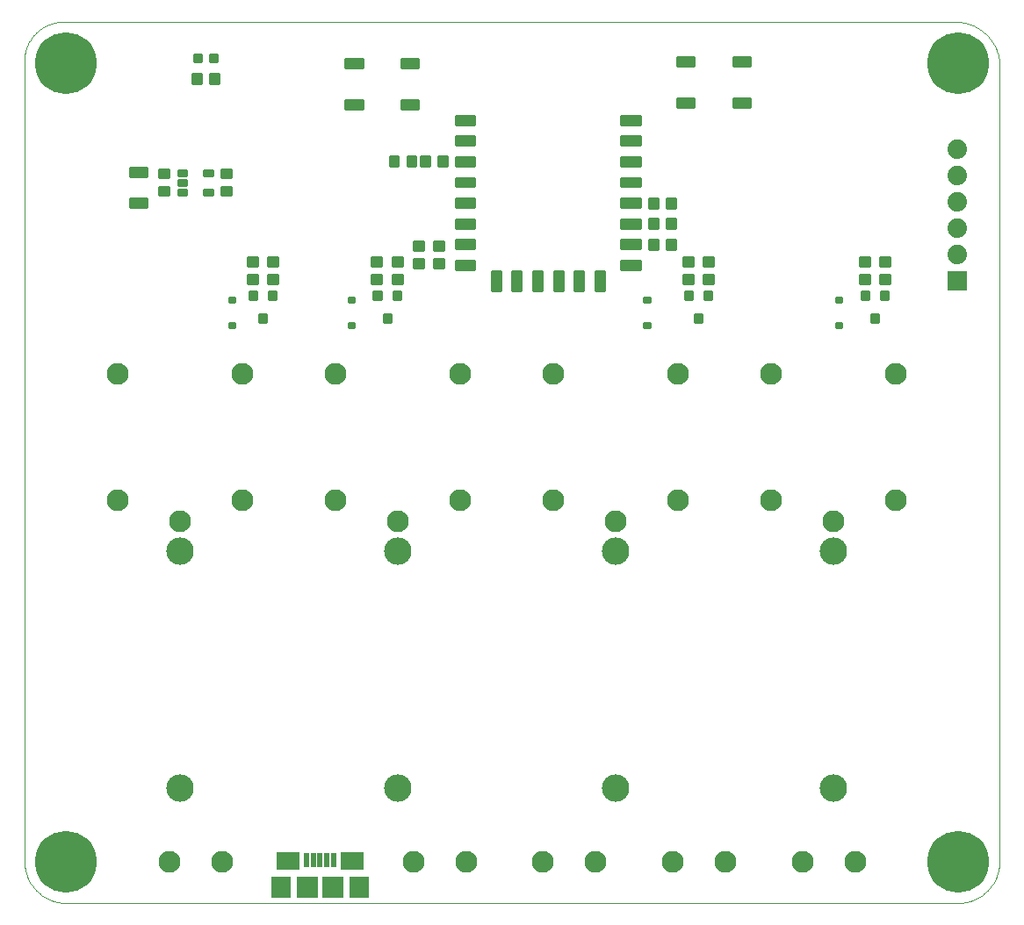
<source format=gts>
G75*
%MOIN*%
%OFA0B0*%
%FSLAX25Y25*%
%IPPOS*%
%LPD*%
%AMOC8*
5,1,8,0,0,1.08239X$1,22.5*
%
%ADD10C,0.00000*%
%ADD11C,0.01388*%
%ADD12C,0.01171*%
%ADD13C,0.10400*%
%ADD14C,0.08274*%
%ADD15C,0.01105*%
%ADD16R,0.01975X0.05715*%
%ADD17R,0.08668X0.06699*%
%ADD18R,0.07487X0.07880*%
%ADD19R,0.07880X0.07880*%
%ADD20R,0.07400X0.07400*%
%ADD21C,0.07400*%
%ADD22C,0.23400*%
%ADD23C,0.00964*%
D10*
X0064523Y0024622D02*
X0064523Y0327772D01*
X0064503Y0328129D01*
X0064492Y0328486D01*
X0064490Y0328844D01*
X0064497Y0329201D01*
X0064512Y0329559D01*
X0064535Y0329915D01*
X0064568Y0330271D01*
X0064609Y0330627D01*
X0064658Y0330981D01*
X0064716Y0331334D01*
X0064783Y0331685D01*
X0064858Y0332035D01*
X0064941Y0332382D01*
X0065033Y0332728D01*
X0065133Y0333071D01*
X0065242Y0333412D01*
X0065358Y0333750D01*
X0065483Y0334085D01*
X0065616Y0334417D01*
X0065757Y0334746D01*
X0065905Y0335071D01*
X0066062Y0335392D01*
X0066226Y0335710D01*
X0066398Y0336024D01*
X0066577Y0336333D01*
X0066764Y0336638D01*
X0066958Y0336938D01*
X0067159Y0337234D01*
X0067368Y0337524D01*
X0067583Y0337810D01*
X0067805Y0338090D01*
X0068034Y0338365D01*
X0068270Y0338634D01*
X0068512Y0338897D01*
X0068760Y0339154D01*
X0069014Y0339406D01*
X0069274Y0339651D01*
X0069541Y0339890D01*
X0069813Y0340122D01*
X0070090Y0340348D01*
X0070373Y0340566D01*
X0070661Y0340778D01*
X0070954Y0340983D01*
X0071252Y0341181D01*
X0071554Y0341372D01*
X0071861Y0341555D01*
X0072173Y0341731D01*
X0072488Y0341899D01*
X0072808Y0342059D01*
X0073131Y0342212D01*
X0073458Y0342357D01*
X0073788Y0342493D01*
X0074122Y0342622D01*
X0074459Y0342743D01*
X0074798Y0342856D01*
X0075140Y0342960D01*
X0075484Y0343056D01*
X0075831Y0343144D01*
X0076180Y0343223D01*
X0076530Y0343294D01*
X0076882Y0343356D01*
X0077236Y0343410D01*
X0077591Y0343455D01*
X0077946Y0343492D01*
X0078303Y0343520D01*
X0078302Y0343520D02*
X0416885Y0343520D01*
X0416885Y0343519D02*
X0417296Y0343538D01*
X0417707Y0343547D01*
X0418118Y0343546D01*
X0418530Y0343535D01*
X0418940Y0343514D01*
X0419351Y0343482D01*
X0419760Y0343441D01*
X0420168Y0343390D01*
X0420575Y0343328D01*
X0420980Y0343257D01*
X0421383Y0343175D01*
X0421784Y0343084D01*
X0422183Y0342983D01*
X0422579Y0342873D01*
X0422973Y0342752D01*
X0423363Y0342622D01*
X0423750Y0342482D01*
X0424133Y0342333D01*
X0424513Y0342175D01*
X0424888Y0342007D01*
X0425260Y0341830D01*
X0425627Y0341645D01*
X0425989Y0341450D01*
X0426346Y0341246D01*
X0426699Y0341034D01*
X0427046Y0340813D01*
X0427387Y0340583D01*
X0427723Y0340345D01*
X0428053Y0340100D01*
X0428376Y0339846D01*
X0428694Y0339584D01*
X0429004Y0339314D01*
X0429308Y0339037D01*
X0429606Y0338753D01*
X0429896Y0338461D01*
X0430179Y0338163D01*
X0430454Y0337857D01*
X0430722Y0337545D01*
X0430982Y0337226D01*
X0431234Y0336901D01*
X0431479Y0336570D01*
X0431715Y0336233D01*
X0431942Y0335891D01*
X0432161Y0335542D01*
X0432372Y0335189D01*
X0432574Y0334831D01*
X0432767Y0334467D01*
X0432951Y0334099D01*
X0433126Y0333727D01*
X0433291Y0333351D01*
X0433448Y0332970D01*
X0433595Y0332586D01*
X0433732Y0332198D01*
X0433860Y0331807D01*
X0433979Y0331413D01*
X0434088Y0331017D01*
X0434186Y0330617D01*
X0434276Y0330216D01*
X0434355Y0329812D01*
X0434424Y0329407D01*
X0434483Y0328999D01*
X0434533Y0328591D01*
X0434572Y0328182D01*
X0434601Y0327771D01*
X0434602Y0327772D02*
X0434602Y0024622D01*
X0434597Y0024241D01*
X0434584Y0023861D01*
X0434561Y0023481D01*
X0434528Y0023102D01*
X0434487Y0022724D01*
X0434437Y0022347D01*
X0434377Y0021971D01*
X0434309Y0021596D01*
X0434231Y0021224D01*
X0434144Y0020853D01*
X0434049Y0020485D01*
X0433944Y0020119D01*
X0433831Y0019756D01*
X0433709Y0019395D01*
X0433579Y0019038D01*
X0433439Y0018684D01*
X0433292Y0018333D01*
X0433135Y0017986D01*
X0432971Y0017643D01*
X0432798Y0017304D01*
X0432617Y0016969D01*
X0432428Y0016638D01*
X0432231Y0016313D01*
X0432027Y0015992D01*
X0431814Y0015676D01*
X0431594Y0015366D01*
X0431367Y0015060D01*
X0431132Y0014761D01*
X0430890Y0014467D01*
X0430642Y0014179D01*
X0430386Y0013897D01*
X0430123Y0013622D01*
X0429854Y0013353D01*
X0429579Y0013090D01*
X0429297Y0012834D01*
X0429009Y0012586D01*
X0428715Y0012344D01*
X0428416Y0012109D01*
X0428110Y0011882D01*
X0427800Y0011662D01*
X0427484Y0011449D01*
X0427163Y0011245D01*
X0426838Y0011048D01*
X0426507Y0010859D01*
X0426172Y0010678D01*
X0425833Y0010505D01*
X0425490Y0010341D01*
X0425143Y0010184D01*
X0424792Y0010037D01*
X0424438Y0009897D01*
X0424081Y0009767D01*
X0423720Y0009645D01*
X0423357Y0009532D01*
X0422991Y0009427D01*
X0422623Y0009332D01*
X0422252Y0009245D01*
X0421880Y0009167D01*
X0421505Y0009099D01*
X0421129Y0009039D01*
X0420752Y0008989D01*
X0420374Y0008948D01*
X0419995Y0008915D01*
X0419615Y0008892D01*
X0419235Y0008879D01*
X0418854Y0008874D01*
X0080271Y0008874D01*
X0079890Y0008879D01*
X0079510Y0008892D01*
X0079130Y0008915D01*
X0078751Y0008948D01*
X0078373Y0008989D01*
X0077996Y0009039D01*
X0077620Y0009099D01*
X0077245Y0009167D01*
X0076873Y0009245D01*
X0076502Y0009332D01*
X0076134Y0009427D01*
X0075768Y0009532D01*
X0075405Y0009645D01*
X0075044Y0009767D01*
X0074687Y0009897D01*
X0074333Y0010037D01*
X0073982Y0010184D01*
X0073635Y0010341D01*
X0073292Y0010505D01*
X0072953Y0010678D01*
X0072618Y0010859D01*
X0072287Y0011048D01*
X0071962Y0011245D01*
X0071641Y0011449D01*
X0071325Y0011662D01*
X0071015Y0011882D01*
X0070709Y0012109D01*
X0070410Y0012344D01*
X0070116Y0012586D01*
X0069828Y0012834D01*
X0069546Y0013090D01*
X0069271Y0013353D01*
X0069002Y0013622D01*
X0068739Y0013897D01*
X0068483Y0014179D01*
X0068235Y0014467D01*
X0067993Y0014761D01*
X0067758Y0015060D01*
X0067531Y0015366D01*
X0067311Y0015676D01*
X0067098Y0015992D01*
X0066894Y0016313D01*
X0066697Y0016638D01*
X0066508Y0016969D01*
X0066327Y0017304D01*
X0066154Y0017643D01*
X0065990Y0017986D01*
X0065833Y0018333D01*
X0065686Y0018684D01*
X0065546Y0019038D01*
X0065416Y0019395D01*
X0065294Y0019756D01*
X0065181Y0020119D01*
X0065076Y0020485D01*
X0064981Y0020853D01*
X0064894Y0021224D01*
X0064816Y0021596D01*
X0064748Y0021971D01*
X0064688Y0022347D01*
X0064638Y0022724D01*
X0064597Y0023102D01*
X0064564Y0023481D01*
X0064541Y0023861D01*
X0064528Y0024241D01*
X0064523Y0024622D01*
D11*
X0149466Y0244211D02*
X0149466Y0247159D01*
X0152808Y0247159D01*
X0152808Y0244211D01*
X0149466Y0244211D01*
X0149466Y0245530D02*
X0152808Y0245530D01*
X0152808Y0246849D02*
X0149466Y0246849D01*
X0149466Y0250904D02*
X0149466Y0253852D01*
X0152808Y0253852D01*
X0152808Y0250904D01*
X0149466Y0250904D01*
X0149466Y0252223D02*
X0152808Y0252223D01*
X0152808Y0253542D02*
X0149466Y0253542D01*
X0157340Y0253852D02*
X0157340Y0250904D01*
X0157340Y0253852D02*
X0160682Y0253852D01*
X0160682Y0250904D01*
X0157340Y0250904D01*
X0157340Y0252223D02*
X0160682Y0252223D01*
X0160682Y0253542D02*
X0157340Y0253542D01*
X0157340Y0247159D02*
X0157340Y0244211D01*
X0157340Y0247159D02*
X0160682Y0247159D01*
X0160682Y0244211D01*
X0157340Y0244211D01*
X0157340Y0245530D02*
X0160682Y0245530D01*
X0160682Y0246849D02*
X0157340Y0246849D01*
X0139624Y0277676D02*
X0139624Y0280624D01*
X0142966Y0280624D01*
X0142966Y0277676D01*
X0139624Y0277676D01*
X0139624Y0278995D02*
X0142966Y0278995D01*
X0142966Y0280314D02*
X0139624Y0280314D01*
X0139624Y0284369D02*
X0139624Y0287317D01*
X0142966Y0287317D01*
X0142966Y0284369D01*
X0139624Y0284369D01*
X0139624Y0285688D02*
X0142966Y0285688D01*
X0142966Y0287007D02*
X0139624Y0287007D01*
X0116002Y0287317D02*
X0116002Y0284369D01*
X0116002Y0287317D02*
X0119344Y0287317D01*
X0119344Y0284369D01*
X0116002Y0284369D01*
X0116002Y0285688D02*
X0119344Y0285688D01*
X0119344Y0287007D02*
X0116002Y0287007D01*
X0116002Y0280624D02*
X0116002Y0277676D01*
X0116002Y0280624D02*
X0119344Y0280624D01*
X0119344Y0277676D01*
X0116002Y0277676D01*
X0116002Y0278995D02*
X0119344Y0278995D01*
X0119344Y0280314D02*
X0116002Y0280314D01*
X0104781Y0276096D02*
X0104781Y0273148D01*
X0104781Y0276096D02*
X0110879Y0276096D01*
X0110879Y0273148D01*
X0104781Y0273148D01*
X0104781Y0274467D02*
X0110879Y0274467D01*
X0110879Y0275786D02*
X0104781Y0275786D01*
X0104781Y0284959D02*
X0104781Y0287907D01*
X0110879Y0287907D01*
X0110879Y0284959D01*
X0104781Y0284959D01*
X0104781Y0286278D02*
X0110879Y0286278D01*
X0110879Y0287597D02*
X0104781Y0287597D01*
X0128600Y0320195D02*
X0131548Y0320195D01*
X0128600Y0320195D02*
X0128600Y0323537D01*
X0131548Y0323537D01*
X0131548Y0320195D01*
X0131548Y0321514D02*
X0128600Y0321514D01*
X0128600Y0322833D02*
X0131548Y0322833D01*
X0135293Y0320195D02*
X0138241Y0320195D01*
X0135293Y0320195D02*
X0135293Y0323537D01*
X0138241Y0323537D01*
X0138241Y0320195D01*
X0138241Y0321514D02*
X0135293Y0321514D01*
X0135293Y0322833D02*
X0138241Y0322833D01*
X0186671Y0329246D02*
X0192769Y0329246D01*
X0192769Y0326298D01*
X0186671Y0326298D01*
X0186671Y0329246D01*
X0186671Y0327617D02*
X0192769Y0327617D01*
X0192769Y0328936D02*
X0186671Y0328936D01*
X0186671Y0313498D02*
X0192769Y0313498D01*
X0192769Y0310550D01*
X0186671Y0310550D01*
X0186671Y0313498D01*
X0186671Y0311869D02*
X0192769Y0311869D01*
X0192769Y0313188D02*
X0186671Y0313188D01*
X0207931Y0313498D02*
X0214029Y0313498D01*
X0214029Y0310550D01*
X0207931Y0310550D01*
X0207931Y0313498D01*
X0207931Y0311869D02*
X0214029Y0311869D01*
X0214029Y0313188D02*
X0207931Y0313188D01*
X0207931Y0329246D02*
X0214029Y0329246D01*
X0214029Y0326298D01*
X0207931Y0326298D01*
X0207931Y0329246D01*
X0207931Y0327617D02*
X0214029Y0327617D01*
X0214029Y0328936D02*
X0207931Y0328936D01*
X0228403Y0304644D02*
X0235289Y0304644D01*
X0228403Y0304644D02*
X0228403Y0307592D01*
X0235289Y0307592D01*
X0235289Y0304644D01*
X0235289Y0305963D02*
X0228403Y0305963D01*
X0228403Y0307282D02*
X0235289Y0307282D01*
X0235289Y0296770D02*
X0228403Y0296770D01*
X0228403Y0299718D01*
X0235289Y0299718D01*
X0235289Y0296770D01*
X0235289Y0298089D02*
X0228403Y0298089D01*
X0228403Y0299408D02*
X0235289Y0299408D01*
X0235289Y0288896D02*
X0228403Y0288896D01*
X0228403Y0291844D01*
X0235289Y0291844D01*
X0235289Y0288896D01*
X0235289Y0290215D02*
X0228403Y0290215D01*
X0228403Y0291534D02*
X0235289Y0291534D01*
X0235289Y0281022D02*
X0228403Y0281022D01*
X0228403Y0283970D01*
X0235289Y0283970D01*
X0235289Y0281022D01*
X0235289Y0282341D02*
X0228403Y0282341D01*
X0228403Y0283660D02*
X0235289Y0283660D01*
X0235289Y0273148D02*
X0228403Y0273148D01*
X0228403Y0276096D01*
X0235289Y0276096D01*
X0235289Y0273148D01*
X0235289Y0274467D02*
X0228403Y0274467D01*
X0228403Y0275786D02*
X0235289Y0275786D01*
X0235289Y0265274D02*
X0228403Y0265274D01*
X0228403Y0268222D01*
X0235289Y0268222D01*
X0235289Y0265274D01*
X0235289Y0266593D02*
X0228403Y0266593D01*
X0228403Y0267912D02*
X0235289Y0267912D01*
X0235289Y0257400D02*
X0228403Y0257400D01*
X0228403Y0260348D01*
X0235289Y0260348D01*
X0235289Y0257400D01*
X0235289Y0258719D02*
X0228403Y0258719D01*
X0228403Y0260038D02*
X0235289Y0260038D01*
X0235289Y0249526D02*
X0228403Y0249526D01*
X0228403Y0252474D01*
X0235289Y0252474D01*
X0235289Y0249526D01*
X0235289Y0250845D02*
X0228403Y0250845D01*
X0228403Y0252164D02*
X0235289Y0252164D01*
X0242183Y0241651D02*
X0245131Y0241651D01*
X0242183Y0241651D02*
X0242183Y0248537D01*
X0245131Y0248537D01*
X0245131Y0241651D01*
X0245131Y0242970D02*
X0242183Y0242970D01*
X0242183Y0244289D02*
X0245131Y0244289D01*
X0245131Y0245608D02*
X0242183Y0245608D01*
X0242183Y0246927D02*
X0245131Y0246927D01*
X0245131Y0248246D02*
X0242183Y0248246D01*
X0250057Y0241651D02*
X0253005Y0241651D01*
X0250057Y0241651D02*
X0250057Y0248537D01*
X0253005Y0248537D01*
X0253005Y0241651D01*
X0253005Y0242970D02*
X0250057Y0242970D01*
X0250057Y0244289D02*
X0253005Y0244289D01*
X0253005Y0245608D02*
X0250057Y0245608D01*
X0250057Y0246927D02*
X0253005Y0246927D01*
X0253005Y0248246D02*
X0250057Y0248246D01*
X0257931Y0241651D02*
X0260879Y0241651D01*
X0257931Y0241651D02*
X0257931Y0248537D01*
X0260879Y0248537D01*
X0260879Y0241651D01*
X0260879Y0242970D02*
X0257931Y0242970D01*
X0257931Y0244289D02*
X0260879Y0244289D01*
X0260879Y0245608D02*
X0257931Y0245608D01*
X0257931Y0246927D02*
X0260879Y0246927D01*
X0260879Y0248246D02*
X0257931Y0248246D01*
X0265805Y0241651D02*
X0268753Y0241651D01*
X0265805Y0241651D02*
X0265805Y0248537D01*
X0268753Y0248537D01*
X0268753Y0241651D01*
X0268753Y0242970D02*
X0265805Y0242970D01*
X0265805Y0244289D02*
X0268753Y0244289D01*
X0268753Y0245608D02*
X0265805Y0245608D01*
X0265805Y0246927D02*
X0268753Y0246927D01*
X0268753Y0248246D02*
X0265805Y0248246D01*
X0273679Y0241651D02*
X0276627Y0241651D01*
X0273679Y0241651D02*
X0273679Y0248537D01*
X0276627Y0248537D01*
X0276627Y0241651D01*
X0276627Y0242970D02*
X0273679Y0242970D01*
X0273679Y0244289D02*
X0276627Y0244289D01*
X0276627Y0245608D02*
X0273679Y0245608D01*
X0273679Y0246927D02*
X0276627Y0246927D01*
X0276627Y0248246D02*
X0273679Y0248246D01*
X0281553Y0241651D02*
X0284501Y0241651D01*
X0281553Y0241651D02*
X0281553Y0248537D01*
X0284501Y0248537D01*
X0284501Y0241651D01*
X0284501Y0242970D02*
X0281553Y0242970D01*
X0281553Y0244289D02*
X0284501Y0244289D01*
X0284501Y0245608D02*
X0281553Y0245608D01*
X0281553Y0246927D02*
X0284501Y0246927D01*
X0284501Y0248246D02*
X0281553Y0248246D01*
X0291395Y0249526D02*
X0298281Y0249526D01*
X0291395Y0249526D02*
X0291395Y0252474D01*
X0298281Y0252474D01*
X0298281Y0249526D01*
X0298281Y0250845D02*
X0291395Y0250845D01*
X0291395Y0252164D02*
X0298281Y0252164D01*
X0298281Y0257400D02*
X0291395Y0257400D01*
X0291395Y0260348D01*
X0298281Y0260348D01*
X0298281Y0257400D01*
X0298281Y0258719D02*
X0291395Y0258719D01*
X0291395Y0260038D02*
X0298281Y0260038D01*
X0301828Y0260545D02*
X0304776Y0260545D01*
X0304776Y0257203D01*
X0301828Y0257203D01*
X0301828Y0260545D01*
X0301828Y0258522D02*
X0304776Y0258522D01*
X0304776Y0259841D02*
X0301828Y0259841D01*
X0308521Y0260545D02*
X0311469Y0260545D01*
X0311469Y0257203D01*
X0308521Y0257203D01*
X0308521Y0260545D01*
X0308521Y0258522D02*
X0311469Y0258522D01*
X0311469Y0259841D02*
X0308521Y0259841D01*
X0308521Y0265077D02*
X0311469Y0265077D01*
X0308521Y0265077D02*
X0308521Y0268419D01*
X0311469Y0268419D01*
X0311469Y0265077D01*
X0311469Y0266396D02*
X0308521Y0266396D01*
X0308521Y0267715D02*
X0311469Y0267715D01*
X0311469Y0272951D02*
X0308521Y0272951D01*
X0308521Y0276293D01*
X0311469Y0276293D01*
X0311469Y0272951D01*
X0311469Y0274270D02*
X0308521Y0274270D01*
X0308521Y0275589D02*
X0311469Y0275589D01*
X0304776Y0272951D02*
X0301828Y0272951D01*
X0301828Y0276293D01*
X0304776Y0276293D01*
X0304776Y0272951D01*
X0304776Y0274270D02*
X0301828Y0274270D01*
X0301828Y0275589D02*
X0304776Y0275589D01*
X0304776Y0265077D02*
X0301828Y0265077D01*
X0301828Y0268419D01*
X0304776Y0268419D01*
X0304776Y0265077D01*
X0304776Y0266396D02*
X0301828Y0266396D01*
X0301828Y0267715D02*
X0304776Y0267715D01*
X0298281Y0265274D02*
X0291395Y0265274D01*
X0291395Y0268222D01*
X0298281Y0268222D01*
X0298281Y0265274D01*
X0298281Y0266593D02*
X0291395Y0266593D01*
X0291395Y0267912D02*
X0298281Y0267912D01*
X0298281Y0273148D02*
X0291395Y0273148D01*
X0291395Y0276096D01*
X0298281Y0276096D01*
X0298281Y0273148D01*
X0298281Y0274467D02*
X0291395Y0274467D01*
X0291395Y0275786D02*
X0298281Y0275786D01*
X0298281Y0281022D02*
X0291395Y0281022D01*
X0291395Y0283970D01*
X0298281Y0283970D01*
X0298281Y0281022D01*
X0298281Y0282341D02*
X0291395Y0282341D01*
X0291395Y0283660D02*
X0298281Y0283660D01*
X0298281Y0288896D02*
X0291395Y0288896D01*
X0291395Y0291844D01*
X0298281Y0291844D01*
X0298281Y0288896D01*
X0298281Y0290215D02*
X0291395Y0290215D01*
X0291395Y0291534D02*
X0298281Y0291534D01*
X0298281Y0296770D02*
X0291395Y0296770D01*
X0291395Y0299718D01*
X0298281Y0299718D01*
X0298281Y0296770D01*
X0298281Y0298089D02*
X0291395Y0298089D01*
X0291395Y0299408D02*
X0298281Y0299408D01*
X0298281Y0304644D02*
X0291395Y0304644D01*
X0291395Y0307592D01*
X0298281Y0307592D01*
X0298281Y0304644D01*
X0298281Y0305963D02*
X0291395Y0305963D01*
X0291395Y0307282D02*
X0298281Y0307282D01*
X0312576Y0314049D02*
X0318674Y0314049D01*
X0318674Y0311101D01*
X0312576Y0311101D01*
X0312576Y0314049D01*
X0312576Y0312420D02*
X0318674Y0312420D01*
X0318674Y0313739D02*
X0312576Y0313739D01*
X0312576Y0329797D02*
X0318674Y0329797D01*
X0318674Y0326849D01*
X0312576Y0326849D01*
X0312576Y0329797D01*
X0312576Y0328168D02*
X0318674Y0328168D01*
X0318674Y0329487D02*
X0312576Y0329487D01*
X0333836Y0329797D02*
X0339934Y0329797D01*
X0339934Y0326849D01*
X0333836Y0326849D01*
X0333836Y0329797D01*
X0333836Y0328168D02*
X0339934Y0328168D01*
X0339934Y0329487D02*
X0333836Y0329487D01*
X0333836Y0314049D02*
X0339934Y0314049D01*
X0339934Y0311101D01*
X0333836Y0311101D01*
X0333836Y0314049D01*
X0333836Y0312420D02*
X0339934Y0312420D01*
X0339934Y0313739D02*
X0333836Y0313739D01*
X0322694Y0253852D02*
X0322694Y0250904D01*
X0322694Y0253852D02*
X0326036Y0253852D01*
X0326036Y0250904D01*
X0322694Y0250904D01*
X0322694Y0252223D02*
X0326036Y0252223D01*
X0326036Y0253542D02*
X0322694Y0253542D01*
X0314820Y0253852D02*
X0314820Y0250904D01*
X0314820Y0253852D02*
X0318162Y0253852D01*
X0318162Y0250904D01*
X0314820Y0250904D01*
X0314820Y0252223D02*
X0318162Y0252223D01*
X0318162Y0253542D02*
X0314820Y0253542D01*
X0314820Y0247159D02*
X0314820Y0244211D01*
X0314820Y0247159D02*
X0318162Y0247159D01*
X0318162Y0244211D01*
X0314820Y0244211D01*
X0314820Y0245530D02*
X0318162Y0245530D01*
X0318162Y0246849D02*
X0314820Y0246849D01*
X0322694Y0247159D02*
X0322694Y0244211D01*
X0322694Y0247159D02*
X0326036Y0247159D01*
X0326036Y0244211D01*
X0322694Y0244211D01*
X0322694Y0245530D02*
X0326036Y0245530D01*
X0326036Y0246849D02*
X0322694Y0246849D01*
X0381750Y0247159D02*
X0381750Y0244211D01*
X0381750Y0247159D02*
X0385092Y0247159D01*
X0385092Y0244211D01*
X0381750Y0244211D01*
X0381750Y0245530D02*
X0385092Y0245530D01*
X0385092Y0246849D02*
X0381750Y0246849D01*
X0381750Y0250904D02*
X0381750Y0253852D01*
X0385092Y0253852D01*
X0385092Y0250904D01*
X0381750Y0250904D01*
X0381750Y0252223D02*
X0385092Y0252223D01*
X0385092Y0253542D02*
X0381750Y0253542D01*
X0389624Y0253852D02*
X0389624Y0250904D01*
X0389624Y0253852D02*
X0392966Y0253852D01*
X0392966Y0250904D01*
X0389624Y0250904D01*
X0389624Y0252223D02*
X0392966Y0252223D01*
X0392966Y0253542D02*
X0389624Y0253542D01*
X0389624Y0247159D02*
X0389624Y0244211D01*
X0389624Y0247159D02*
X0392966Y0247159D01*
X0392966Y0244211D01*
X0389624Y0244211D01*
X0389624Y0245530D02*
X0392966Y0245530D01*
X0392966Y0246849D02*
X0389624Y0246849D01*
X0223674Y0250117D02*
X0223674Y0253065D01*
X0223674Y0250117D02*
X0220332Y0250117D01*
X0220332Y0253065D01*
X0223674Y0253065D01*
X0223674Y0251436D02*
X0220332Y0251436D01*
X0220332Y0252755D02*
X0223674Y0252755D01*
X0223674Y0256809D02*
X0223674Y0259757D01*
X0223674Y0256809D02*
X0220332Y0256809D01*
X0220332Y0259757D01*
X0223674Y0259757D01*
X0223674Y0258128D02*
X0220332Y0258128D01*
X0220332Y0259447D02*
X0223674Y0259447D01*
X0215800Y0259757D02*
X0215800Y0256809D01*
X0212458Y0256809D01*
X0212458Y0259757D01*
X0215800Y0259757D01*
X0215800Y0258128D02*
X0212458Y0258128D01*
X0212458Y0259447D02*
X0215800Y0259447D01*
X0215800Y0253065D02*
X0215800Y0250117D01*
X0212458Y0250117D01*
X0212458Y0253065D01*
X0215800Y0253065D01*
X0215800Y0251436D02*
X0212458Y0251436D01*
X0212458Y0252755D02*
X0215800Y0252755D01*
X0204584Y0253852D02*
X0204584Y0250904D01*
X0204584Y0253852D02*
X0207926Y0253852D01*
X0207926Y0250904D01*
X0204584Y0250904D01*
X0204584Y0252223D02*
X0207926Y0252223D01*
X0207926Y0253542D02*
X0204584Y0253542D01*
X0196710Y0253852D02*
X0196710Y0250904D01*
X0196710Y0253852D02*
X0200052Y0253852D01*
X0200052Y0250904D01*
X0196710Y0250904D01*
X0196710Y0252223D02*
X0200052Y0252223D01*
X0200052Y0253542D02*
X0196710Y0253542D01*
X0196710Y0247159D02*
X0196710Y0244211D01*
X0196710Y0247159D02*
X0200052Y0247159D01*
X0200052Y0244211D01*
X0196710Y0244211D01*
X0196710Y0245530D02*
X0200052Y0245530D01*
X0200052Y0246849D02*
X0196710Y0246849D01*
X0204584Y0247159D02*
X0204584Y0244211D01*
X0204584Y0247159D02*
X0207926Y0247159D01*
X0207926Y0244211D01*
X0204584Y0244211D01*
X0204584Y0245530D02*
X0207926Y0245530D01*
X0207926Y0246849D02*
X0204584Y0246849D01*
X0203403Y0288699D02*
X0206351Y0288699D01*
X0203403Y0288699D02*
X0203403Y0292041D01*
X0206351Y0292041D01*
X0206351Y0288699D01*
X0206351Y0290018D02*
X0203403Y0290018D01*
X0203403Y0291337D02*
X0206351Y0291337D01*
X0210096Y0288699D02*
X0213044Y0288699D01*
X0210096Y0288699D02*
X0210096Y0292041D01*
X0213044Y0292041D01*
X0213044Y0288699D01*
X0213044Y0290018D02*
X0210096Y0290018D01*
X0210096Y0291337D02*
X0213044Y0291337D01*
X0215214Y0292041D02*
X0218162Y0292041D01*
X0218162Y0288699D01*
X0215214Y0288699D01*
X0215214Y0292041D01*
X0215214Y0290018D02*
X0218162Y0290018D01*
X0218162Y0291337D02*
X0215214Y0291337D01*
X0221907Y0292041D02*
X0224855Y0292041D01*
X0224855Y0288699D01*
X0221907Y0288699D01*
X0221907Y0292041D01*
X0221907Y0290018D02*
X0224855Y0290018D01*
X0224855Y0291337D02*
X0221907Y0291337D01*
D12*
X0207248Y0240969D02*
X0204868Y0240969D01*
X0207248Y0240969D02*
X0207248Y0238197D01*
X0204868Y0238197D01*
X0204868Y0240969D01*
X0204868Y0239309D02*
X0207248Y0239309D01*
X0207248Y0240421D02*
X0204868Y0240421D01*
X0199768Y0240969D02*
X0197388Y0240969D01*
X0199768Y0240969D02*
X0199768Y0238197D01*
X0197388Y0238197D01*
X0197388Y0240969D01*
X0197388Y0239309D02*
X0199768Y0239309D01*
X0199768Y0240421D02*
X0197388Y0240421D01*
X0201128Y0232307D02*
X0203508Y0232307D01*
X0203508Y0229535D01*
X0201128Y0229535D01*
X0201128Y0232307D01*
X0201128Y0230647D02*
X0203508Y0230647D01*
X0203508Y0231759D02*
X0201128Y0231759D01*
X0160004Y0240969D02*
X0157624Y0240969D01*
X0160004Y0240969D02*
X0160004Y0238197D01*
X0157624Y0238197D01*
X0157624Y0240969D01*
X0157624Y0239309D02*
X0160004Y0239309D01*
X0160004Y0240421D02*
X0157624Y0240421D01*
X0152524Y0240969D02*
X0150144Y0240969D01*
X0152524Y0240969D02*
X0152524Y0238197D01*
X0150144Y0238197D01*
X0150144Y0240969D01*
X0150144Y0239309D02*
X0152524Y0239309D01*
X0152524Y0240421D02*
X0150144Y0240421D01*
X0153884Y0232307D02*
X0156264Y0232307D01*
X0156264Y0229535D01*
X0153884Y0229535D01*
X0153884Y0232307D01*
X0153884Y0230647D02*
X0156264Y0230647D01*
X0156264Y0231759D02*
X0153884Y0231759D01*
X0137563Y0328550D02*
X0135183Y0328550D01*
X0135183Y0330930D01*
X0137563Y0330930D01*
X0137563Y0328550D01*
X0137563Y0329662D02*
X0135183Y0329662D01*
X0135183Y0330774D02*
X0137563Y0330774D01*
X0131658Y0328550D02*
X0129278Y0328550D01*
X0129278Y0330930D01*
X0131658Y0330930D01*
X0131658Y0328550D01*
X0131658Y0329662D02*
X0129278Y0329662D01*
X0129278Y0330774D02*
X0131658Y0330774D01*
X0315498Y0240969D02*
X0317878Y0240969D01*
X0317878Y0238197D01*
X0315498Y0238197D01*
X0315498Y0240969D01*
X0315498Y0239309D02*
X0317878Y0239309D01*
X0317878Y0240421D02*
X0315498Y0240421D01*
X0322979Y0240969D02*
X0325359Y0240969D01*
X0325359Y0238197D01*
X0322979Y0238197D01*
X0322979Y0240969D01*
X0322979Y0239309D02*
X0325359Y0239309D01*
X0325359Y0240421D02*
X0322979Y0240421D01*
X0321618Y0232307D02*
X0319238Y0232307D01*
X0321618Y0232307D02*
X0321618Y0229535D01*
X0319238Y0229535D01*
X0319238Y0232307D01*
X0319238Y0230647D02*
X0321618Y0230647D01*
X0321618Y0231759D02*
X0319238Y0231759D01*
X0382427Y0240969D02*
X0384807Y0240969D01*
X0384807Y0238197D01*
X0382427Y0238197D01*
X0382427Y0240969D01*
X0382427Y0239309D02*
X0384807Y0239309D01*
X0384807Y0240421D02*
X0382427Y0240421D01*
X0389908Y0240969D02*
X0392288Y0240969D01*
X0392288Y0238197D01*
X0389908Y0238197D01*
X0389908Y0240969D01*
X0389908Y0239309D02*
X0392288Y0239309D01*
X0392288Y0240421D02*
X0389908Y0240421D01*
X0388548Y0232307D02*
X0386168Y0232307D01*
X0388548Y0232307D02*
X0388548Y0229535D01*
X0386168Y0229535D01*
X0386168Y0232307D01*
X0386168Y0230647D02*
X0388548Y0230647D01*
X0388548Y0231759D02*
X0386168Y0231759D01*
D13*
X0371610Y0142457D03*
X0288932Y0142457D03*
X0206255Y0142457D03*
X0123578Y0142457D03*
X0123578Y0052457D03*
X0206255Y0052457D03*
X0288932Y0052457D03*
X0371610Y0052457D03*
D14*
X0379798Y0024622D03*
X0359798Y0024622D03*
X0330586Y0024622D03*
X0310586Y0024622D03*
X0281373Y0024622D03*
X0261373Y0024622D03*
X0232161Y0024622D03*
X0212161Y0024622D03*
X0139641Y0024622D03*
X0119641Y0024622D03*
X0123578Y0153953D03*
X0099956Y0161827D03*
X0147200Y0161827D03*
X0182633Y0161827D03*
X0206255Y0153953D03*
X0229877Y0161827D03*
X0265310Y0161827D03*
X0288932Y0153953D03*
X0312554Y0161827D03*
X0347987Y0161827D03*
X0371610Y0153953D03*
X0395232Y0161827D03*
X0395232Y0209858D03*
X0347987Y0209858D03*
X0312554Y0209858D03*
X0265310Y0209858D03*
X0229877Y0209858D03*
X0182633Y0209858D03*
X0147200Y0209858D03*
X0099956Y0209858D03*
D15*
X0122749Y0277730D02*
X0122749Y0279782D01*
X0125981Y0279782D01*
X0125981Y0277730D01*
X0122749Y0277730D01*
X0122749Y0278780D02*
X0125981Y0278780D01*
X0122749Y0281470D02*
X0122749Y0283522D01*
X0125981Y0283522D01*
X0125981Y0281470D01*
X0122749Y0281470D01*
X0122749Y0282520D02*
X0125981Y0282520D01*
X0122749Y0285210D02*
X0122749Y0287262D01*
X0125981Y0287262D01*
X0125981Y0285210D01*
X0122749Y0285210D01*
X0122749Y0286260D02*
X0125981Y0286260D01*
X0132592Y0287262D02*
X0132592Y0285210D01*
X0132592Y0287262D02*
X0135824Y0287262D01*
X0135824Y0285210D01*
X0132592Y0285210D01*
X0132592Y0286260D02*
X0135824Y0286260D01*
X0132592Y0279782D02*
X0132592Y0277730D01*
X0132592Y0279782D02*
X0135824Y0279782D01*
X0135824Y0277730D01*
X0132592Y0277730D01*
X0132592Y0278780D02*
X0135824Y0278780D01*
D16*
X0171610Y0025311D03*
X0174169Y0025311D03*
X0176728Y0025311D03*
X0179287Y0025311D03*
X0181846Y0025311D03*
D17*
X0188932Y0024819D03*
X0164523Y0024819D03*
D18*
X0161767Y0014780D03*
X0191688Y0014780D03*
D19*
X0181452Y0014780D03*
X0172003Y0014780D03*
D20*
X0418657Y0245055D03*
D21*
X0418657Y0255055D03*
X0418657Y0265055D03*
X0418657Y0275055D03*
X0418657Y0285055D03*
X0418657Y0295055D03*
D22*
X0418854Y0327772D03*
X0080271Y0327772D03*
X0080271Y0024622D03*
X0418854Y0024622D03*
D23*
X0372522Y0227660D02*
X0372522Y0229300D01*
X0374634Y0229300D01*
X0374634Y0227660D01*
X0372522Y0227660D01*
X0372522Y0228576D02*
X0374634Y0228576D01*
X0372522Y0237267D02*
X0372522Y0238907D01*
X0374634Y0238907D01*
X0374634Y0237267D01*
X0372522Y0237267D01*
X0372522Y0238183D02*
X0374634Y0238183D01*
X0299687Y0238907D02*
X0299687Y0237267D01*
X0299687Y0238907D02*
X0301799Y0238907D01*
X0301799Y0237267D01*
X0299687Y0237267D01*
X0299687Y0238183D02*
X0301799Y0238183D01*
X0299687Y0229300D02*
X0299687Y0227660D01*
X0299687Y0229300D02*
X0301799Y0229300D01*
X0301799Y0227660D01*
X0299687Y0227660D01*
X0299687Y0228576D02*
X0301799Y0228576D01*
X0187483Y0229300D02*
X0187483Y0227660D01*
X0187483Y0229300D02*
X0189595Y0229300D01*
X0189595Y0227660D01*
X0187483Y0227660D01*
X0187483Y0228576D02*
X0189595Y0228576D01*
X0187483Y0237267D02*
X0187483Y0238907D01*
X0189595Y0238907D01*
X0189595Y0237267D01*
X0187483Y0237267D01*
X0187483Y0238183D02*
X0189595Y0238183D01*
X0142207Y0238907D02*
X0142207Y0237267D01*
X0142207Y0238907D02*
X0144319Y0238907D01*
X0144319Y0237267D01*
X0142207Y0237267D01*
X0142207Y0238183D02*
X0144319Y0238183D01*
X0142207Y0229300D02*
X0142207Y0227660D01*
X0142207Y0229300D02*
X0144319Y0229300D01*
X0144319Y0227660D01*
X0142207Y0227660D01*
X0142207Y0228576D02*
X0144319Y0228576D01*
M02*

</source>
